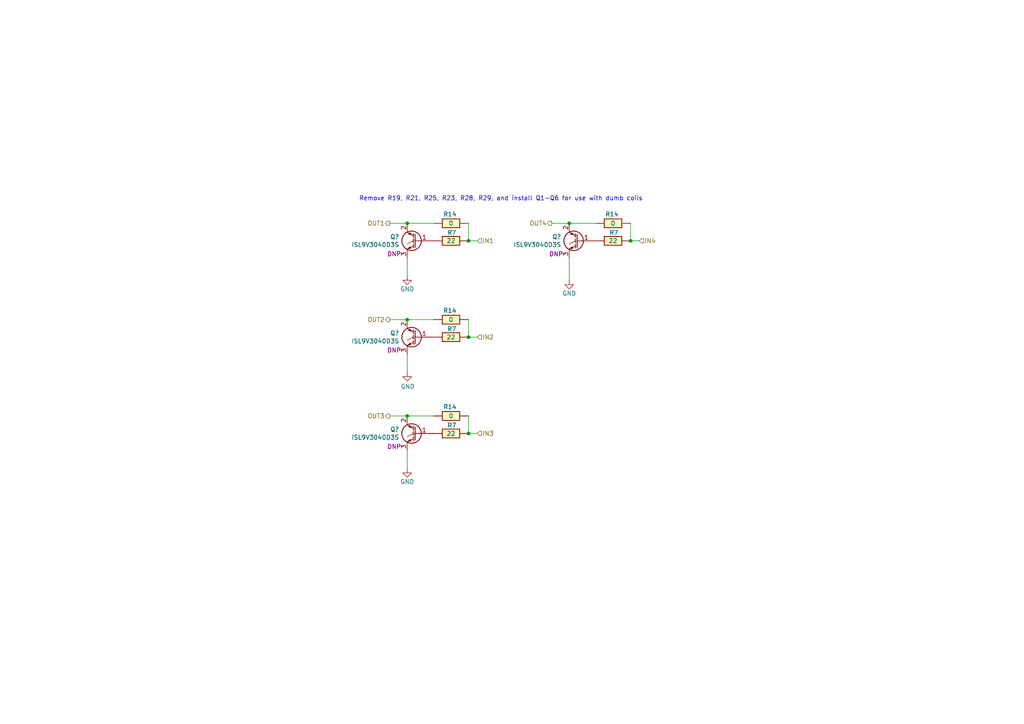
<source format=kicad_sch>
(kicad_sch (version 20230121) (generator eeschema)
  (paper "A4")
  (title_block (title "UAEFI Ignition") (date "2023-11-01") (company "rusefi.com"))
  (lib_symbols
    (symbol "Device:Q_NIGBT_GCE" (pin_names (offset 0) hide)
      (property "Reference" "Q" (at 5.08 1.27 0))
      (property "Value" "Q_NIGBT_GCE" (at 5.08 -1.27 0))
      (symbol "Q_NIGBT_GCE_0_1"
        (polyline (pts (xy 0.762 -1.016) (xy 0.762 -2.032)) (stroke (width 0.254)))
        (polyline (pts (xy 0.762 0.508) (xy 0.762 -0.508)) (stroke (width 0.254)))
        (polyline (pts (xy 0.762 2.032) (xy 0.762 1.016)) (stroke (width 0.254)))
        (polyline (pts (xy 2.54 -2.413) (xy 0.762 -1.524)))
        (polyline (pts (xy 2.54 -0.889) (xy 0.762 0)))
        (polyline (pts (xy 2.54 2.413) (xy 0.762 1.524)))
        (polyline (pts (xy 0.254 1.905) (xy 0.254 -1.905) (xy 0.254 -1.905)) (stroke (width 0.254)))
        (polyline (pts (xy 1.397 -2.159) (xy 1.651 -1.651) (xy 2.54 -2.413) (xy 1.397 -2.159)) (fill (type outline)))
        (polyline (pts (xy 2.159 1.905) (xy 1.905 2.413) (xy 1.016 1.651) (xy 2.159 1.905)) (fill (type outline)))
        (circle (center 1.27 0) (radius 2.8194) (stroke (width 0.254)))
      )
      (symbol "Q_NIGBT_GCE_1_1"
        (pin input line (at -5.08 0 0) (length 5.334) (name "G") (number "1"))
        (pin passive line (at 2.54 5.08 270) (length 2.54) (name "C") (number "2"))
        (pin passive line (at 2.54 -5.08 90) (length 2.54) (name "E") (number "3"))
      )
    )
    (symbol "hellen-one-common:Res" (pin_numbers hide)
      (property "Reference" "R" (at 3.81 2.54 0))
      (property "Value" "Res" (at 5.08 -2.54 0))
      (symbol "Res_1_0"
        (rectangle (start 2.54 -1.27) (end 7.62 1.27) (stroke (width 0.254)) (fill (type background)))
        (pin passive line (at 0 0 0) (length 2.54) (name "") (number "1"))
        (pin passive line (at 10.16 0 180) (length 2.54) (name "") (number "2"))
      )
    )
    (symbol "power:GND" (power) (pin_names (offset 0))
      (property "Value" "GND" (at 0 -3.81 0))
      (symbol "GND_0_1"
        (polyline (pts (xy 0 0) (xy 0 -1.27) (xy 1.27 -1.27) (xy 0 -2.54) (xy -1.27 -1.27) (xy 0 -1.27)))
      )
      (symbol "GND_1_1"
        (pin power_in line (at 0 0 270) (length 0) hide (name "GND") (number "1"))
      )
    )
  )
  (junction (at 118.11 64.77))
  (junction (at 118.11 120.65))
  (junction (at 135.89 69.85))
  (junction (at 118.11 92.71))
  (junction (at 135.89 97.79))
  (junction (at 165.1 64.77))
  (junction (at 182.88 69.85))
  (junction (at 135.89 125.73))
  (wire (pts (xy 182.88 64.77) (xy 182.88 69.85)))
  (wire (pts (xy 160.02 64.77) (xy 165.1 64.77)))
  (wire (pts (xy 118.11 102.87) (xy 118.11 107.95)))
  (wire (pts (xy 113.03 120.65) (xy 118.11 120.65)))
  (wire (pts (xy 118.11 74.93) (xy 118.11 80.01)))
  (wire (pts (xy 165.1 74.93) (xy 165.1 81.28)))
  (wire (pts (xy 135.89 92.71) (xy 135.89 97.79)))
  (wire (pts (xy 135.89 69.85) (xy 138.43 69.85)))
  (wire (pts (xy 165.1 64.77) (xy 172.72 64.77)))
  (wire (pts (xy 135.89 120.65) (xy 135.89 125.73)))
  (wire (pts (xy 118.11 120.65) (xy 125.73 120.65)))
  (wire (pts (xy 113.03 64.77) (xy 118.11 64.77)))
  (wire (pts (xy 118.11 92.71) (xy 125.73 92.71)))
  (wire (pts (xy 135.89 97.79) (xy 138.43 97.79)))
  (wire (pts (xy 135.89 125.73) (xy 138.43 125.73)))
  (wire (pts (xy 118.11 130.81) (xy 118.11 135.89)))
  (wire (pts (xy 118.11 64.77) (xy 125.73 64.77)))
  (wire (pts (xy 113.03 92.71) (xy 118.11 92.71)))
  (wire (pts (xy 182.88 69.85) (xy 185.42 69.85)))
  (wire (pts (xy 135.89 64.77) (xy 135.89 69.85)))
  (text "Remove R19, R21, R25, R23, R28, R29, and install Q1-Q6 for use with dumb coils" (at 104.14 58.42 0) (effects (font (size 1.27 1.27)) (justify left bottom)))
  (hierarchical_label "OUT1" (shape output) (at 113.03 64.77 180))
  (hierarchical_label "OUT3" (shape output) (at 113.03 120.65 180))
  (hierarchical_label "IN2" (shape input) (at 138.43 97.79 0))
  (hierarchical_label "OUT2" (shape output) (at 113.03 92.71 180))
  (hierarchical_label "IN3" (shape input) (at 138.43 125.73 0))
  (hierarchical_label "IN1" (shape input) (at 138.43 69.85 0))
  (hierarchical_label "OUT4" (shape output) (at 160.02 64.77 180))
  (hierarchical_label "IN4" (shape input) (at 185.42 69.85 0))
  (symbol (lib_id "Device:Q_NIGBT_GCE") (at 120.65 125.73 0) (mirror y) (unit 1)
    (property "Reference" "Q?" (at 115.7986 124.5616 0) (effects (justify left)))
    (property "Value" "ISL9V3040D3S" (at 115.7986 126.873 0) (effects (justify left)))
    (property "Footprint" "Package_TO_SOT_SMD:TO-252-2" (effects hide))
    (property "MyComment" "DNP" (at 114.3 129.54 0))
    (instances (project "hellen-hyundai-pb-154" (path "" (reference "Q?") (unit 1)) (path "" (reference "Q?") (unit 1))) (project "DUMB_COILS4" (path "" (reference "Q?") (unit 1))) (project "uaeficopiedtovfr" (path "" (reference "Q3") (unit 1))) (project "uaefi" (path "" (reference "Q1") (unit 1)) (path "" (reference "Q9") (unit 1))) (project "ign_quad" (path "" (reference "Q?") (unit 1))))
  )
  (symbol (lib_id "hellen-one-common:Res") (at 125.73 69.85 0) (mirror x) (unit 1)
    (property "Reference" "R7" (at 131.052 67.5018 0))
    (property "Value" "22" (at 130.81 69.85 0))
    (property "Footprint" "hellen-one-common:R0603" (effects hide))
    (property "LCSC" "C23345" (effects hide))
    (instances (project "proteus81harley" (path "" (reference "R7") (unit 1))) (project "uaeficopiedtovfr" (path "" (reference "R9") (unit 1))) (project "uaefi" (path "" (reference "R17") (unit 1))))
  )
  (symbol (lib_id "hellen-one-common:Res") (at 182.88 64.77 0) (mirror y) (unit 1)
    (property "Reference" "R14" (at 177.4796 62.1253 0))
    (property "Value" "0" (at 177.8 64.77 0))
    (property "Footprint" "Resistor_SMD:R_2512_6332Metric" (effects hide))
    (property "LCSC" "C25469" (effects hide))
    (instances (project "proteus81harley" (path "" (reference "R14") (unit 1))) (project "uaeficopiedtovfr" (path "" (reference "R18") (unit 1))) (project "uaefi" (path "" (reference "R26") (unit 1))))
  )
  (symbol (lib_id "hellen-one-common:Res") (at 125.73 97.79 0) (mirror x) (unit 1)
    (property "Reference" "R7" (at 131.052 95.4418 0))
    (property "Value" "22" (at 130.81 97.79 0))
    (property "Footprint" "hellen-one-common:R0603" (effects hide))
    (property "LCSC" "C23345" (effects hide))
    (instances (project "proteus81harley" (path "" (reference "R7") (unit 1))) (project "uaeficopiedtovfr" (path "" (reference "R10") (unit 1))) (project "uaefi" (path "" (reference "R18") (unit 1))))
  )
  (symbol (lib_id "power:GND") (at 118.11 135.89 0) (unit 1)
    (property "Reference" "#PWR?" (effects hide))
    (property "Value" "GND" (at 118.11 139.7 0))
    (instances (project "hellen-hyundai-pb-154" (path "" (reference "#PWR?") (unit 1)) (path "" (reference "#PWR?") (unit 1))) (project "DUMB_COILS4" (path "" (reference "#PWR?") (unit 1))) (project "uaeficopiedtovfr" (path "" (reference "#PWR060") (unit 1))) (project "uaefi" (path "" (reference "#PWR020") (unit 1)) (path "" (reference "#PWR0101") (unit 1))) (project "ign_quad" (path "" (reference "#PWR?") (unit 1))))
  )
  (symbol (lib_id "hellen-one-common:Res") (at 135.89 64.77 0) (mirror y) (unit 1)
    (property "Reference" "R14" (at 130.4896 62.1253 0))
    (property "Value" "0" (at 130.81 64.77 0))
    (property "Footprint" "Resistor_SMD:R_2512_6332Metric" (effects hide))
    (property "LCSC" "C25469" (effects hide))
    (instances (project "proteus81harley" (path "" (reference "R14") (unit 1))) (project "uaeficopiedtovfr" (path "" (reference "R12") (unit 1))) (project "uaefi" (path "" (reference "R20") (unit 1))))
  )
  (symbol (lib_id "Device:Q_NIGBT_GCE") (at 120.65 69.85 0) (mirror y) (unit 1)
    (property "Reference" "Q?" (at 115.7986 68.6816 0) (effects (justify left)))
    (property "Value" "ISL9V3040D3S" (at 115.7986 70.993 0) (effects (justify left)))
    (property "Footprint" "Package_TO_SOT_SMD:TO-252-2" (effects hide))
    (property "MyComment" "DNP" (at 114.3 73.66 0))
    (instances (project "hellen-hyundai-pb-154" (path "" (reference "Q?") (unit 1)) (path "" (reference "Q?") (unit 1))) (project "DUMB_COILS4" (path "" (reference "Q?") (unit 1))) (project "uaeficopiedtovfr" (path "" (reference "Q1") (unit 1))) (project "uaefi" (path "" (reference "Q1") (unit 1)) (path "" (reference "Q7") (unit 1))) (project "ign_quad" (path "" (reference "Q?") (unit 1))))
  )
  (symbol (lib_id "hellen-one-common:Res") (at 125.73 125.73 0) (mirror x) (unit 1)
    (property "Reference" "R7" (at 131.052 123.3818 0))
    (property "Value" "22" (at 130.81 125.73 0))
    (property "Footprint" "hellen-one-common:R0603" (effects hide))
    (property "LCSC" "C23345" (effects hide))
    (instances (project "proteus81harley" (path "" (reference "R7") (unit 1))) (project "uaeficopiedtovfr" (path "" (reference "R11") (unit 1))) (project "uaefi" (path "" (reference "R19") (unit 1))))
  )
  (symbol (lib_id "Device:Q_NIGBT_GCE") (at 120.65 97.79 0) (mirror y) (unit 1)
    (property "Reference" "Q?" (at 115.7986 96.6216 0) (effects (justify left)))
    (property "Value" "ISL9V3040D3S" (at 115.7986 98.933 0) (effects (justify left)))
    (property "Footprint" "Package_TO_SOT_SMD:TO-252-2" (effects hide))
    (property "MyComment" "DNP" (at 114.3 101.6 0))
    (instances (project "hellen-hyundai-pb-154" (path "" (reference "Q?") (unit 1)) (path "" (reference "Q?") (unit 1))) (project "DUMB_COILS4" (path "" (reference "Q?") (unit 1))) (project "uaeficopiedtovfr" (path "" (reference "Q2") (unit 1))) (project "uaefi" (path "" (reference "Q1") (unit 1)) (path "" (reference "Q8") (unit 1))) (project "ign_quad" (path "" (reference "Q?") (unit 1))))
  )
  (symbol (lib_id "power:GND") (at 118.11 80.01 0) (unit 1)
    (property "Reference" "#PWR?" (effects hide))
    (property "Value" "GND" (at 118.11 83.82 0))
    (instances (project "hellen-hyundai-pb-154" (path "" (reference "#PWR?") (unit 1)) (path "" (reference "#PWR?") (unit 1))) (project "DUMB_COILS4" (path "" (reference "#PWR?") (unit 1))) (project "uaeficopiedtovfr" (path "" (reference "#PWR058") (unit 1))) (project "uaefi" (path "" (reference "#PWR018") (unit 1)) (path "" (reference "#PWR099") (unit 1))) (project "ign_quad" (path "" (reference "#PWR?") (unit 1))))
  )
  (symbol (lib_id "Device:Q_NIGBT_GCE") (at 167.64 69.85 0) (mirror y) (unit 1)
    (property "Reference" "Q?" (at 162.7886 68.6816 0) (effects (justify left)))
    (property "Value" "ISL9V3040D3S" (at 162.7886 70.993 0) (effects (justify left)))
    (property "Footprint" "Package_TO_SOT_SMD:TO-252-2" (effects hide))
    (property "MyComment" "DNP" (at 161.29 73.66 0))
    (instances (project "hellen-hyundai-pb-154" (path "" (reference "Q?") (unit 1)) (path "" (reference "Q?") (unit 1))) (project "DUMB_COILS4" (path "" (reference "Q?") (unit 1))) (project "uaeficopiedtovfr" (path "" (reference "Q4") (unit 1))) (project "uaefi" (path "" (reference "Q1") (unit 1)) (path "" (reference "Q10") (unit 1))) (project "ign_quad" (path "" (reference "Q?") (unit 1))))
  )
  (symbol (lib_id "power:GND") (at 165.1 81.28 0) (unit 1)
    (property "Reference" "#PWR?" (effects hide))
    (property "Value" "GND" (at 165.1 85.09 0))
    (instances (project "hellen-hyundai-pb-154" (path "" (reference "#PWR?") (unit 1)) (path "" (reference "#PWR?") (unit 1))) (project "DUMB_COILS4" (path "" (reference "#PWR?") (unit 1))) (project "uaeficopiedtovfr" (path "" (reference "#PWR061") (unit 1))) (project "uaefi" (path "" (reference "#PWR021") (unit 1)) (path "" (reference "#PWR0102") (unit 1))) (project "ign_quad" (path "" (reference "#PWR?") (unit 1))))
  )
  (symbol (lib_id "hellen-one-common:Res") (at 135.89 92.71 0) (mirror y) (unit 1)
    (property "Reference" "R14" (at 130.4896 90.0653 0))
    (property "Value" "0" (at 130.81 92.71 0))
    (property "Footprint" "Resistor_SMD:R_2512_6332Metric" (effects hide))
    (property "LCSC" "C25469" (effects hide))
    (instances (project "proteus81harley" (path "" (reference "R14") (unit 1))) (project "uaeficopiedtovfr" (path "" (reference "R13") (unit 1))) (project "uaefi" (path "" (reference "R21") (unit 1))))
  )
  (symbol (lib_id "hellen-one-common:Res") (at 172.72 69.85 0) (mirror x) (unit 1)
    (property "Reference" "R7" (at 178.042 67.5018 0))
    (property "Value" "22" (at 177.8 69.85 0))
    (property "Footprint" "hellen-one-common:R0603" (effects hide))
    (property "LCSC" "C23345" (effects hide))
    (instances (project "proteus81harley" (path "" (reference "R7") (unit 1))) (project "uaeficopiedtovfr" (path "" (reference "R15") (unit 1))) (project "uaefi" (path "" (reference "R23") (unit 1))))
  )
  (symbol (lib_id "power:GND") (at 118.11 107.95 0) (unit 1)
    (property "Reference" "#PWR?" (effects hide))
    (property "Value" "GND" (at 118.2594 112.121 0))
    (instances (project "hellen-hyundai-pb-154" (path "" (reference "#PWR?") (unit 1)) (path "" (reference "#PWR?") (unit 1))) (project "DUMB_COILS4" (path "" (reference "#PWR?") (unit 1))) (project "uaeficopiedtovfr" (path "" (reference "#PWR059") (unit 1))) (project "uaefi" (path "" (reference "#PWR019") (unit 1)) (path "" (reference "#PWR0100") (unit 1))) (project "ign_quad" (path "" (reference "#PWR?") (unit 1))))
  )
  (symbol (lib_id "hellen-one-common:Res") (at 135.89 120.65 0) (mirror y) (unit 1)
    (property "Reference" "R14" (at 130.4896 118.0053 0))
    (property "Value" "0" (at 130.81 120.65 0))
    (property "Footprint" "Resistor_SMD:R_2512_6332Metric" (effects hide))
    (property "LCSC" "C25469" (effects hide))
    (instances (project "proteus81harley" (path "" (reference "R14") (unit 1))) (project "uaeficopiedtovfr" (path "" (reference "R14") (unit 1))) (project "uaefi" (path "" (reference "R22") (unit 1))))
  )
)
</source>
